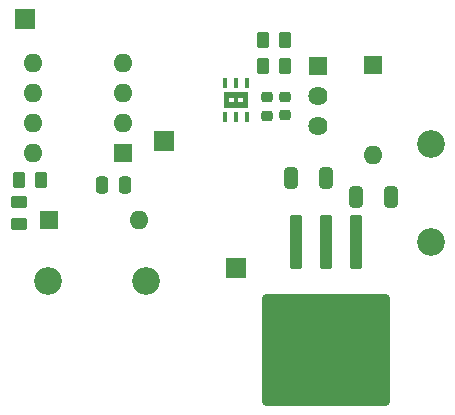
<source format=gbr>
%TF.GenerationSoftware,KiCad,Pcbnew,8.0.7*%
%TF.CreationDate,2025-04-15T22:45:20-07:00*%
%TF.ProjectId,M56PowerPrototype,4d353650-6f77-4657-9250-726f746f7479,rev?*%
%TF.SameCoordinates,Original*%
%TF.FileFunction,Soldermask,Top*%
%TF.FilePolarity,Negative*%
%FSLAX46Y46*%
G04 Gerber Fmt 4.6, Leading zero omitted, Abs format (unit mm)*
G04 Created by KiCad (PCBNEW 8.0.7) date 2025-04-15 22:45:20*
%MOMM*%
%LPD*%
G01*
G04 APERTURE LIST*
G04 Aperture macros list*
%AMRoundRect*
0 Rectangle with rounded corners*
0 $1 Rounding radius*
0 $2 $3 $4 $5 $6 $7 $8 $9 X,Y pos of 4 corners*
0 Add a 4 corners polygon primitive as box body*
4,1,4,$2,$3,$4,$5,$6,$7,$8,$9,$2,$3,0*
0 Add four circle primitives for the rounded corners*
1,1,$1+$1,$2,$3*
1,1,$1+$1,$4,$5*
1,1,$1+$1,$6,$7*
1,1,$1+$1,$8,$9*
0 Add four rect primitives between the rounded corners*
20,1,$1+$1,$2,$3,$4,$5,0*
20,1,$1+$1,$4,$5,$6,$7,0*
20,1,$1+$1,$6,$7,$8,$9,0*
20,1,$1+$1,$8,$9,$2,$3,0*%
G04 Aperture macros list end*
%ADD10C,0.000000*%
%ADD11C,2.336800*%
%ADD12RoundRect,0.225000X-0.250000X0.225000X-0.250000X-0.225000X0.250000X-0.225000X0.250000X0.225000X0*%
%ADD13R,1.700000X1.700000*%
%ADD14RoundRect,0.250000X-0.262500X-0.450000X0.262500X-0.450000X0.262500X0.450000X-0.262500X0.450000X0*%
%ADD15R,1.600000X1.600000*%
%ADD16O,1.600000X1.600000*%
%ADD17RoundRect,0.250000X0.325000X0.650000X-0.325000X0.650000X-0.325000X-0.650000X0.325000X-0.650000X0*%
%ADD18RoundRect,0.250000X-0.250000X-0.475000X0.250000X-0.475000X0.250000X0.475000X-0.250000X0.475000X0*%
%ADD19R,1.625600X1.625600*%
%ADD20C,1.625600*%
%ADD21RoundRect,0.250000X-0.325000X-0.650000X0.325000X-0.650000X0.325000X0.650000X-0.325000X0.650000X0*%
%ADD22RoundRect,0.250000X0.450000X-0.262500X0.450000X0.262500X-0.450000X0.262500X-0.450000X-0.262500X0*%
%ADD23RoundRect,0.250000X-0.300000X2.050000X-0.300000X-2.050000X0.300000X-2.050000X0.300000X2.050000X0*%
%ADD24RoundRect,0.250002X-5.149998X4.449998X-5.149998X-4.449998X5.149998X-4.449998X5.149998X4.449998X0*%
%ADD25R,0.400000X0.950000*%
G04 APERTURE END LIST*
D10*
%TO.C,U3*%
G36*
X89363499Y-41624998D02*
G01*
X87336499Y-41624998D01*
X87336499Y-41161498D01*
X89363499Y-41161498D01*
X89363499Y-41624998D01*
G37*
G36*
X87756299Y-42488498D02*
G01*
X87336499Y-42488498D01*
X87336499Y-41161498D01*
X87756299Y-41161498D01*
X87756299Y-42488498D01*
G37*
G36*
X89363499Y-42488498D02*
G01*
X87336499Y-42488498D01*
X87336499Y-42024998D01*
X89363499Y-42024998D01*
X89363499Y-42488498D01*
G37*
G36*
X88543699Y-42488498D02*
G01*
X88156299Y-42488498D01*
X88156299Y-41161498D01*
X88543699Y-41161498D01*
X88543699Y-42488498D01*
G37*
G36*
X89363499Y-42488498D02*
G01*
X88943699Y-42488498D01*
X88943699Y-41161498D01*
X89363499Y-41161498D01*
X89363499Y-42488498D01*
G37*
%TD*%
D11*
%TO.C,J1*%
X104836000Y-53822600D03*
X104836000Y-45567600D03*
%TD*%
D12*
%TO.C,C3*%
X91000000Y-41600000D03*
X91000000Y-43150000D03*
%TD*%
D13*
%TO.C,TP4*%
X88400000Y-56000000D03*
%TD*%
D14*
%TO.C,R2*%
X90675000Y-36700000D03*
X92500000Y-36700000D03*
%TD*%
%TO.C,R4*%
X69987500Y-48600000D03*
X71812500Y-48600000D03*
%TD*%
D13*
%TO.C,TP2*%
X70500000Y-35000000D03*
%TD*%
D15*
%TO.C,D1*%
X72490000Y-52000000D03*
D16*
X80110000Y-52000000D03*
%TD*%
D14*
%TO.C,R1*%
X90687500Y-38900000D03*
X92512500Y-38900000D03*
%TD*%
D17*
%TO.C,C1*%
X101475000Y-50000000D03*
X98525000Y-50000000D03*
%TD*%
D11*
%TO.C,J2*%
X72477400Y-57136000D03*
X80732400Y-57136000D03*
%TD*%
D18*
%TO.C,C5*%
X77050000Y-49000000D03*
X78950000Y-49000000D03*
%TD*%
D19*
%TO.C,U2*%
X95300000Y-38920000D03*
D20*
X95300000Y-41460000D03*
X95300000Y-44000000D03*
%TD*%
D21*
%TO.C,C2*%
X93025000Y-48400000D03*
X95975000Y-48400000D03*
%TD*%
D22*
%TO.C,R3*%
X70000000Y-52312500D03*
X70000000Y-50487500D03*
%TD*%
D23*
%TO.C,U1*%
X98500000Y-53800000D03*
X95960000Y-53800000D03*
D24*
X95960000Y-62950000D03*
D23*
X93420000Y-53800000D03*
%TD*%
D13*
%TO.C,TP3*%
X82300000Y-45300000D03*
%TD*%
D15*
%TO.C,D2*%
X100000000Y-38890000D03*
D16*
X100000000Y-46510000D03*
%TD*%
D25*
%TO.C,U3*%
X87399998Y-43249996D03*
X88349999Y-43249996D03*
X89300000Y-43249996D03*
X89300000Y-40400000D03*
X88349999Y-40400000D03*
X87399998Y-40400000D03*
%TD*%
D12*
%TO.C,C4*%
X92500000Y-41525000D03*
X92500000Y-43075000D03*
%TD*%
D15*
%TO.C,U4*%
X78800000Y-46300000D03*
D16*
X78800000Y-43760000D03*
X78800000Y-41220000D03*
X78800000Y-38680000D03*
X71180000Y-38680000D03*
X71180000Y-41220000D03*
X71180000Y-43760000D03*
X71180000Y-46300000D03*
%TD*%
M02*

</source>
